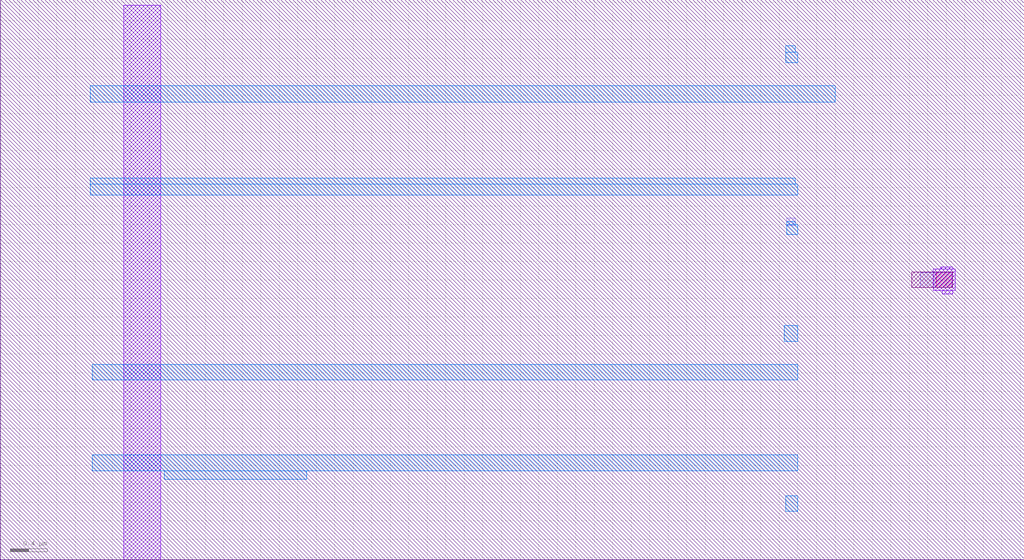
<source format=lef>
VERSION 5.7 ;
  NOWIREEXTENSIONATPIN ON ;
  DIVIDERCHAR "/" ;
  BUSBITCHARS "[]" ;
UNITS
  DATABASE MICRONS 200 ;
END UNITS

LAYER via2
  TYPE CUT ;
END via2

LAYER via
  TYPE CUT ;
END via

LAYER nwell
  TYPE MASTERSLICE ;
END nwell

LAYER via3
  TYPE CUT ;
END via3

LAYER pwell
  TYPE MASTERSLICE ;
END pwell

LAYER via4
  TYPE CUT ;
END via4

LAYER mcon
  TYPE CUT ;
END mcon

LAYER met6
  TYPE ROUTING ;
  WIDTH 0.030000 ;
  SPACING 0.040000 ;
  DIRECTION HORIZONTAL ;
END met6

LAYER met1
  TYPE ROUTING ;
  WIDTH 0.140000 ;
  SPACING 0.140000 ;
  DIRECTION HORIZONTAL ;
END met1

LAYER met3
  TYPE ROUTING ;
  WIDTH 0.300000 ;
  SPACING 0.300000 ;
  DIRECTION HORIZONTAL ;
END met3

LAYER met2
  TYPE ROUTING ;
  WIDTH 0.140000 ;
  SPACING 0.140000 ;
  DIRECTION HORIZONTAL ;
END met2

LAYER met4
  TYPE ROUTING ;
  WIDTH 0.300000 ;
  SPACING 0.300000 ;
  DIRECTION HORIZONTAL ;
END met4

LAYER met5
  TYPE ROUTING ;
  WIDTH 1.600000 ;
  SPACING 1.600000 ;
  DIRECTION HORIZONTAL ;
END met5

LAYER li1
  TYPE ROUTING ;
  WIDTH 0.170000 ;
  SPACING 0.170000 ;
  DIRECTION HORIZONTAL ;
END li1

MACRO sky130_hilas_swc4x1biascell
  CLASS BLOCK ;
  FOREIGN sky130_hilas_swc4x1biascell ;
  ORIGIN 3.610 3.820 ;
  SIZE 11.050 BY 6.050 ;
  OBS
      LAYER nwell ;
        RECT 4.880 -0.210 4.970 -0.130 ;
        RECT 6.320 -0.720 6.670 -0.710 ;
        RECT 6.320 -0.880 6.490 -0.720 ;
        RECT 6.660 -0.880 6.670 -0.720 ;
      LAYER li1 ;
        RECT 6.230 -0.880 6.670 -0.710 ;
      LAYER mcon ;
        RECT 6.490 -0.880 6.670 -0.710 ;
      LAYER met1 ;
        RECT -2.280 -3.820 -1.880 2.170 ;
        RECT 6.540 -0.680 6.670 -0.660 ;
        RECT 6.460 -0.910 6.700 -0.680 ;
        RECT 6.560 -0.950 6.670 -0.910 ;
      LAYER met2 ;
        RECT 4.870 1.660 4.970 1.730 ;
        RECT 4.870 1.550 5.000 1.660 ;
        RECT -2.640 1.120 5.400 1.300 ;
        RECT -2.640 0.240 4.970 0.300 ;
        RECT -2.640 0.120 5.000 0.240 ;
        RECT 4.880 -0.200 4.970 -0.170 ;
        RECT 4.880 -0.310 5.000 -0.200 ;
        RECT 4.850 -1.460 5.000 -1.290 ;
        RECT -2.620 -1.880 5.000 -1.710 ;
        RECT -2.620 -2.860 5.000 -2.690 ;
        RECT -1.840 -2.950 -0.300 -2.860 ;
        RECT 4.870 -3.300 5.000 -3.130 ;
  END
END sky130_hilas_swc4x1biascell
END LIBRARY


</source>
